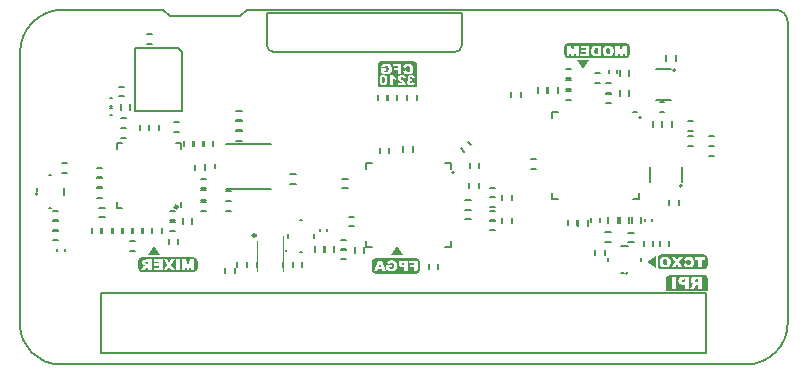
<source format=gbo>
G04*
G04 #@! TF.GenerationSoftware,Altium Limited,CircuitStudio,1.5.2 (30)*
G04*
G04 Layer_Color=52428*
%FSLAX25Y25*%
%MOIN*%
G70*
G01*
G75*
%ADD46C,0.00800*%
%ADD51C,0.00600*%
%ADD54C,0.00500*%
%ADD97C,0.00787*%
%ADD160C,0.00984*%
%ADD161C,0.00984*%
%ADD162C,0.00394*%
G36*
X1237376Y801881D02*
X1216576D01*
Y806081D01*
X1237376D01*
Y801881D01*
D02*
G37*
G36*
X1263176Y731581D02*
X1247676D01*
Y735581D01*
X1263176D01*
Y731581D01*
D02*
G37*
G36*
X1263476Y724381D02*
X1250476D01*
Y728781D01*
X1263476D01*
Y724381D01*
D02*
G37*
G36*
X1166376Y796181D02*
X1166676D01*
Y792381D01*
X1154076D01*
Y796181D01*
X1154376D01*
Y799981D01*
X1166376D01*
Y796181D01*
D02*
G37*
G36*
X1167376Y730281D02*
X1152376D01*
Y734481D01*
X1167376D01*
Y730281D01*
D02*
G37*
G36*
X1093176Y730781D02*
X1074476D01*
Y734581D01*
X1093176D01*
Y730781D01*
D02*
G37*
G36*
X1162176Y735781D02*
X1158176D01*
X1160176Y738781D01*
X1162176Y735781D01*
D02*
G37*
G36*
X1081176D02*
X1077176D01*
X1079176Y738781D01*
X1081176Y735781D01*
D02*
G37*
G36*
X1246576Y731581D02*
X1243576Y733581D01*
X1246576Y735581D01*
Y731581D01*
D02*
G37*
G36*
X1222176Y797781D02*
X1220176Y800781D01*
X1224176D01*
X1222176Y797781D01*
D02*
G37*
%LPC*%
G36*
X1158473Y734157D02*
X1158324D01*
X1158272Y734150D01*
X1158142Y734144D01*
X1158000Y734131D01*
X1157851Y734111D01*
X1157714Y734085D01*
X1157650Y734066D01*
X1157591Y734047D01*
X1157585D01*
X1157578Y734040D01*
X1157540Y734027D01*
X1157488Y734001D01*
X1157423Y733969D01*
X1157345Y733923D01*
X1157261Y733865D01*
X1157183Y733794D01*
X1157105Y733716D01*
X1157099Y733703D01*
X1157073Y733677D01*
X1157041Y733625D01*
X1156995Y733561D01*
X1156950Y733483D01*
X1156898Y733386D01*
X1156853Y733275D01*
X1156814Y733152D01*
X1157870Y732964D01*
Y732971D01*
X1157883Y732997D01*
X1157902Y733036D01*
X1157922Y733081D01*
X1157954Y733126D01*
X1157993Y733178D01*
X1158045Y733223D01*
X1158097Y733269D01*
X1158103Y733275D01*
X1158123Y733288D01*
X1158162Y733301D01*
X1158207Y733327D01*
X1158265Y733347D01*
X1158330Y733360D01*
X1158408Y733372D01*
X1158499Y733379D01*
X1158531D01*
X1158557Y733372D01*
X1158622Y733366D01*
X1158706Y733347D01*
X1158797Y733321D01*
X1158894Y733275D01*
X1158991Y733211D01*
X1159075Y733126D01*
X1159082Y733113D01*
X1159108Y733081D01*
X1159140Y733016D01*
X1159179Y732932D01*
X1159224Y732822D01*
X1159237Y732757D01*
X1159257Y732686D01*
X1159270Y732608D01*
X1159283Y732524D01*
X1159289Y732433D01*
Y732336D01*
Y732329D01*
Y732310D01*
Y732284D01*
X1159283Y732245D01*
Y732193D01*
X1159276Y732141D01*
X1159263Y732018D01*
X1159237Y731882D01*
X1159198Y731746D01*
X1159147Y731616D01*
X1159114Y731565D01*
X1159075Y731513D01*
X1159062Y731500D01*
X1159036Y731474D01*
X1158985Y731435D01*
X1158913Y731390D01*
X1158829Y731344D01*
X1158725Y731305D01*
X1158602Y731280D01*
X1158466Y731266D01*
X1158401D01*
X1158356Y731273D01*
X1158298Y731280D01*
X1158239Y731286D01*
X1158116Y731318D01*
X1158110D01*
X1158084Y731331D01*
X1158051Y731344D01*
X1158006Y731364D01*
X1157948Y731383D01*
X1157883Y731416D01*
X1157805Y731454D01*
X1157728Y731500D01*
Y731837D01*
X1158466D01*
Y732576D01*
X1156768D01*
Y731059D01*
X1156775Y731053D01*
X1156788Y731046D01*
X1156814Y731027D01*
X1156853Y731007D01*
X1156892Y730981D01*
X1156943Y730949D01*
X1157060Y730878D01*
X1157196Y730806D01*
X1157345Y730729D01*
X1157494Y730657D01*
X1157637Y730606D01*
X1157643D01*
X1157656Y730599D01*
X1157676Y730593D01*
X1157701Y730586D01*
X1157740Y730580D01*
X1157779Y730567D01*
X1157831Y730560D01*
X1157883Y730547D01*
X1158013Y730528D01*
X1158168Y730508D01*
X1158337Y730495D01*
X1158525Y730489D01*
X1158583D01*
X1158628Y730495D01*
X1158687D01*
X1158745Y730502D01*
X1158816Y730508D01*
X1158894Y730515D01*
X1159056Y730541D01*
X1159231Y730580D01*
X1159399Y730631D01*
X1159561Y730703D01*
X1159568D01*
X1159581Y730716D01*
X1159600Y730729D01*
X1159626Y730742D01*
X1159697Y730794D01*
X1159788Y730865D01*
X1159885Y730949D01*
X1159989Y731059D01*
X1160086Y731189D01*
X1160177Y731338D01*
Y731344D01*
X1160183Y731357D01*
X1160196Y731383D01*
X1160209Y731416D01*
X1160229Y731454D01*
X1160242Y731500D01*
X1160261Y731558D01*
X1160281Y731623D01*
X1160306Y731688D01*
X1160326Y731766D01*
X1160358Y731934D01*
X1160384Y732122D01*
X1160391Y732323D01*
Y732329D01*
Y732349D01*
Y732381D01*
X1160384Y732420D01*
Y732472D01*
X1160378Y732530D01*
X1160371Y732595D01*
X1160358Y732666D01*
X1160332Y732822D01*
X1160287Y732990D01*
X1160229Y733159D01*
X1160151Y733327D01*
Y733334D01*
X1160138Y733347D01*
X1160125Y733366D01*
X1160106Y733398D01*
X1160054Y733476D01*
X1159976Y733573D01*
X1159872Y733677D01*
X1159756Y733787D01*
X1159613Y733891D01*
X1159451Y733982D01*
X1159445D01*
X1159432Y733988D01*
X1159412Y734001D01*
X1159386Y734008D01*
X1159348Y734021D01*
X1159302Y734040D01*
X1159250Y734053D01*
X1159192Y734072D01*
X1159127Y734085D01*
X1159049Y734098D01*
X1158972Y734118D01*
X1158887Y734131D01*
X1158790Y734144D01*
X1158693Y734150D01*
X1158473Y734157D01*
D02*
G37*
G36*
X1167143Y734098D02*
X1164428D01*
Y733334D01*
X1166041D01*
Y732718D01*
X1164661D01*
Y731999D01*
X1166041D01*
Y730547D01*
X1167143D01*
Y734098D01*
D02*
G37*
G36*
X1087876Y734457D02*
X1086774D01*
Y730906D01*
X1087876D01*
Y734457D01*
D02*
G37*
G36*
X1092619D02*
X1091174D01*
X1090623Y732292D01*
X1090066Y734457D01*
X1088621D01*
Y730906D01*
X1089522D01*
Y733614D01*
X1090215Y730906D01*
X1091031D01*
X1091718Y733614D01*
Y730906D01*
X1092619D01*
Y734457D01*
D02*
G37*
G36*
X1078531D02*
X1076575D01*
X1076529Y734450D01*
X1076412Y734444D01*
X1076289Y734437D01*
X1076160Y734418D01*
X1076037Y734398D01*
X1075926Y734366D01*
X1075914Y734359D01*
X1075881Y734346D01*
X1075829Y734327D01*
X1075771Y734295D01*
X1075700Y734249D01*
X1075628Y734191D01*
X1075557Y734126D01*
X1075492Y734042D01*
X1075486Y734029D01*
X1075466Y734003D01*
X1075441Y733951D01*
X1075408Y733880D01*
X1075376Y733796D01*
X1075350Y733698D01*
X1075330Y733588D01*
X1075324Y733465D01*
Y733452D01*
Y733413D01*
X1075330Y733361D01*
X1075337Y733290D01*
X1075356Y733212D01*
X1075376Y733128D01*
X1075408Y733038D01*
X1075453Y732953D01*
X1075460Y732947D01*
X1075473Y732921D01*
X1075505Y732882D01*
X1075544Y732830D01*
X1075596Y732778D01*
X1075654Y732720D01*
X1075726Y732662D01*
X1075803Y732610D01*
X1075810Y732603D01*
X1075829Y732597D01*
X1075862Y732577D01*
X1075900Y732558D01*
X1075959Y732539D01*
X1076024Y732513D01*
X1076101Y732493D01*
X1076186Y732467D01*
X1076179D01*
X1076153Y732454D01*
X1076121Y732441D01*
X1076075Y732428D01*
X1075985Y732383D01*
X1075939Y732364D01*
X1075900Y732338D01*
X1075888Y732331D01*
X1075875Y732318D01*
X1075855Y732299D01*
X1075829Y732273D01*
X1075803Y732240D01*
X1075764Y732202D01*
X1075726Y732150D01*
X1075719Y732143D01*
X1075706Y732124D01*
X1075687Y732098D01*
X1075661Y732072D01*
X1075609Y731994D01*
X1075589Y731962D01*
X1075570Y731929D01*
X1075032Y730906D01*
X1076276D01*
X1076866Y731988D01*
X1076873Y731994D01*
X1076886Y732020D01*
X1076905Y732059D01*
X1076931Y732098D01*
X1076996Y732189D01*
X1077034Y732228D01*
X1077067Y732260D01*
X1077073Y732266D01*
X1077086Y732273D01*
X1077112Y732286D01*
X1077145Y732305D01*
X1077184Y732318D01*
X1077229Y732331D01*
X1077281Y732338D01*
X1077339Y732344D01*
X1077430D01*
Y730906D01*
X1078531D01*
Y734457D01*
D02*
G37*
G36*
X1082128D02*
X1079186D01*
Y733698D01*
X1081026D01*
Y733135D01*
X1079322D01*
Y732409D01*
X1081026D01*
Y731709D01*
X1079134D01*
Y730906D01*
X1082128D01*
Y734457D01*
D02*
G37*
G36*
X1163845Y734098D02*
X1161965D01*
X1161926Y734092D01*
X1161875D01*
X1161816Y734085D01*
X1161687Y734066D01*
X1161544Y734027D01*
X1161395Y733975D01*
X1161253Y733910D01*
X1161188Y733865D01*
X1161129Y733813D01*
X1161123D01*
X1161117Y733800D01*
X1161104Y733781D01*
X1161084Y733761D01*
X1161032Y733697D01*
X1160980Y733606D01*
X1160929Y733489D01*
X1160877Y733353D01*
X1160844Y733191D01*
X1160831Y733107D01*
Y733010D01*
Y733003D01*
Y732984D01*
Y732958D01*
X1160838Y732919D01*
Y732874D01*
X1160851Y732822D01*
X1160870Y732705D01*
X1160909Y732569D01*
X1160968Y732427D01*
X1161006Y732355D01*
X1161045Y732290D01*
X1161097Y732226D01*
X1161155Y732167D01*
X1161162D01*
X1161168Y732154D01*
X1161188Y732141D01*
X1161214Y732122D01*
X1161253Y732096D01*
X1161292Y732070D01*
X1161343Y732044D01*
X1161402Y732018D01*
X1161466Y731992D01*
X1161538Y731966D01*
X1161622Y731940D01*
X1161713Y731915D01*
X1161810Y731895D01*
X1161914Y731882D01*
X1162024Y731876D01*
X1162147Y731869D01*
X1162743D01*
Y730547D01*
X1163845D01*
Y734098D01*
D02*
G37*
G36*
X1161920Y795928D02*
X1161842D01*
X1161800Y795922D01*
X1161752D01*
X1161644Y795916D01*
X1161524Y795898D01*
X1161397Y795880D01*
X1161277Y795850D01*
X1161169Y795814D01*
X1161163D01*
X1161157Y795808D01*
X1161127Y795796D01*
X1161073Y795766D01*
X1161013Y795729D01*
X1160946Y795681D01*
X1160874Y795627D01*
X1160802Y795555D01*
X1160742Y795477D01*
X1160736Y795465D01*
X1160718Y795435D01*
X1160694Y795393D01*
X1160664Y795327D01*
X1160634Y795255D01*
X1160610Y795165D01*
X1160592Y795068D01*
X1160586Y794966D01*
Y794960D01*
Y794954D01*
Y794936D01*
Y794918D01*
X1160598Y794858D01*
X1160610Y794780D01*
X1160628Y794696D01*
X1160664Y794594D01*
X1160706Y794491D01*
X1160766Y794389D01*
X1160772Y794377D01*
X1160802Y794341D01*
X1160844Y794287D01*
X1160911Y794215D01*
X1161001Y794125D01*
X1161055Y794077D01*
X1161109Y794023D01*
X1161175Y793969D01*
X1161247Y793909D01*
X1161325Y793848D01*
X1161409Y793788D01*
X1161421Y793782D01*
X1161451Y793758D01*
X1161500Y793722D01*
X1161560Y793680D01*
X1161620Y793638D01*
X1161686Y793596D01*
X1161740Y793554D01*
X1161782Y793518D01*
X1161788Y793512D01*
X1161800Y793506D01*
X1161818Y793488D01*
X1161842Y793470D01*
X1161908Y793404D01*
X1161998Y793326D01*
X1160562D01*
Y792580D01*
X1163315D01*
Y792586D01*
Y792598D01*
X1163309Y792622D01*
X1163303Y792646D01*
X1163297Y792682D01*
X1163290Y792725D01*
X1163260Y792827D01*
X1163224Y792941D01*
X1163176Y793067D01*
X1163110Y793205D01*
X1163032Y793337D01*
X1163026Y793343D01*
X1163020Y793356D01*
X1163008Y793374D01*
X1162984Y793404D01*
X1162954Y793434D01*
X1162924Y793476D01*
X1162876Y793524D01*
X1162828Y793578D01*
X1162774Y793638D01*
X1162708Y793704D01*
X1162635Y793770D01*
X1162551Y793848D01*
X1162461Y793926D01*
X1162359Y794011D01*
X1162251Y794095D01*
X1162131Y794185D01*
X1162125Y794191D01*
X1162113Y794197D01*
X1162094Y794215D01*
X1162064Y794233D01*
X1161998Y794287D01*
X1161914Y794353D01*
X1161830Y794431D01*
X1161740Y794503D01*
X1161668Y794576D01*
X1161638Y794612D01*
X1161614Y794642D01*
X1161608Y794648D01*
X1161596Y794666D01*
X1161578Y794696D01*
X1161553Y794738D01*
X1161535Y794780D01*
X1161518Y794834D01*
X1161506Y794882D01*
X1161500Y794936D01*
Y794942D01*
Y794960D01*
X1161506Y794990D01*
X1161512Y795026D01*
X1161530Y795068D01*
X1161547Y795111D01*
X1161578Y795153D01*
X1161614Y795195D01*
X1161620Y795201D01*
X1161632Y795213D01*
X1161656Y795231D01*
X1161692Y795249D01*
X1161734Y795267D01*
X1161782Y795285D01*
X1161836Y795297D01*
X1161896Y795303D01*
X1161926D01*
X1161956Y795297D01*
X1161998Y795291D01*
X1162040Y795273D01*
X1162088Y795255D01*
X1162136Y795225D01*
X1162185Y795189D01*
X1162191Y795183D01*
X1162203Y795171D01*
X1162221Y795141D01*
X1162245Y795098D01*
X1162269Y795044D01*
X1162293Y794978D01*
X1162311Y794900D01*
X1162329Y794804D01*
X1163248Y794876D01*
Y794882D01*
Y794894D01*
X1163242Y794912D01*
X1163236Y794942D01*
X1163224Y795008D01*
X1163206Y795098D01*
X1163176Y795195D01*
X1163146Y795291D01*
X1163104Y795387D01*
X1163056Y795477D01*
X1163050Y795489D01*
X1163032Y795513D01*
X1162996Y795549D01*
X1162948Y795597D01*
X1162894Y795651D01*
X1162822Y795706D01*
X1162743Y795760D01*
X1162647Y795808D01*
X1162641D01*
X1162635Y795814D01*
X1162599Y795826D01*
X1162539Y795844D01*
X1162455Y795868D01*
X1162353Y795892D01*
X1162227Y795910D01*
X1162082Y795922D01*
X1161920Y795928D01*
D02*
G37*
G36*
X1165015D02*
X1164955D01*
X1164907Y795922D01*
X1164853D01*
X1164793Y795916D01*
X1164727Y795910D01*
X1164655Y795898D01*
X1164499Y795868D01*
X1164348Y795826D01*
X1164198Y795766D01*
X1164138Y795729D01*
X1164078Y795687D01*
X1164072D01*
X1164066Y795675D01*
X1164030Y795645D01*
X1163988Y795591D01*
X1163933Y795519D01*
X1163879Y795435D01*
X1163831Y795333D01*
X1163801Y795213D01*
X1163795Y795147D01*
X1163789Y795080D01*
Y795068D01*
Y795044D01*
X1163795Y795002D01*
X1163801Y794954D01*
X1163819Y794894D01*
X1163837Y794828D01*
X1163867Y794762D01*
X1163910Y794696D01*
X1163916Y794690D01*
X1163933Y794666D01*
X1163958Y794636D01*
X1163994Y794594D01*
X1164042Y794552D01*
X1164102Y794497D01*
X1164174Y794443D01*
X1164258Y794395D01*
X1164252D01*
X1164228Y794389D01*
X1164192Y794377D01*
X1164150Y794365D01*
X1164060Y794329D01*
X1164012Y794311D01*
X1163970Y794287D01*
X1163964Y794281D01*
X1163945Y794269D01*
X1163916Y794245D01*
X1163879Y794215D01*
X1163837Y794179D01*
X1163795Y794131D01*
X1163753Y794077D01*
X1163717Y794017D01*
X1163711Y794011D01*
X1163699Y793987D01*
X1163687Y793951D01*
X1163669Y793909D01*
X1163651Y793848D01*
X1163633Y793782D01*
X1163627Y793710D01*
X1163621Y793626D01*
Y793620D01*
Y793614D01*
Y793578D01*
X1163627Y793524D01*
X1163639Y793452D01*
X1163657Y793362D01*
X1163687Y793271D01*
X1163723Y793175D01*
X1163777Y793073D01*
X1163783Y793061D01*
X1163807Y793031D01*
X1163837Y792983D01*
X1163885Y792923D01*
X1163951Y792857D01*
X1164024Y792791D01*
X1164108Y792725D01*
X1164210Y792664D01*
X1164216D01*
X1164222Y792658D01*
X1164240Y792652D01*
X1164264Y792640D01*
X1164288Y792634D01*
X1164324Y792622D01*
X1164408Y792598D01*
X1164517Y792568D01*
X1164643Y792550D01*
X1164793Y792532D01*
X1164955Y792526D01*
X1165027D01*
X1165063Y792532D01*
X1165112D01*
X1165208Y792538D01*
X1165322Y792550D01*
X1165442Y792568D01*
X1165556Y792592D01*
X1165664Y792628D01*
X1165676Y792634D01*
X1165707Y792646D01*
X1165755Y792670D01*
X1165815Y792706D01*
X1165881Y792748D01*
X1165953Y792803D01*
X1166025Y792863D01*
X1166091Y792935D01*
X1166097Y792947D01*
X1166121Y792971D01*
X1166151Y793013D01*
X1166187Y793073D01*
X1166229Y793151D01*
X1166265Y793235D01*
X1166308Y793337D01*
X1166343Y793446D01*
X1165430Y793572D01*
Y793560D01*
X1165418Y793530D01*
X1165406Y793482D01*
X1165388Y793422D01*
X1165340Y793295D01*
X1165304Y793235D01*
X1165268Y793187D01*
X1165262Y793181D01*
X1165250Y793169D01*
X1165220Y793157D01*
X1165190Y793139D01*
X1165147Y793115D01*
X1165093Y793103D01*
X1165039Y793091D01*
X1164973Y793085D01*
X1164943D01*
X1164907Y793091D01*
X1164865Y793103D01*
X1164817Y793115D01*
X1164763Y793139D01*
X1164715Y793175D01*
X1164667Y793217D01*
X1164661Y793223D01*
X1164649Y793241D01*
X1164625Y793271D01*
X1164601Y793314D01*
X1164583Y793362D01*
X1164559Y793428D01*
X1164546Y793500D01*
X1164540Y793578D01*
Y793590D01*
Y793614D01*
X1164546Y793656D01*
X1164552Y793710D01*
X1164571Y793764D01*
X1164589Y793824D01*
X1164619Y793878D01*
X1164661Y793932D01*
X1164667Y793938D01*
X1164685Y793951D01*
X1164709Y793975D01*
X1164745Y793999D01*
X1164793Y794017D01*
X1164847Y794041D01*
X1164913Y794053D01*
X1164985Y794059D01*
X1165027D01*
X1165063Y794053D01*
X1165106Y794047D01*
X1165154Y794035D01*
X1165214Y794023D01*
X1165280Y794005D01*
X1165238Y794654D01*
X1165196D01*
X1165154Y794648D01*
X1165087D01*
X1165051Y794654D01*
X1165009Y794660D01*
X1164967Y794672D01*
X1164913Y794696D01*
X1164865Y794720D01*
X1164817Y794756D01*
X1164811Y794762D01*
X1164799Y794774D01*
X1164775Y794798D01*
X1164751Y794834D01*
X1164733Y794870D01*
X1164709Y794918D01*
X1164697Y794972D01*
X1164691Y795026D01*
Y795032D01*
Y795050D01*
X1164697Y795080D01*
X1164703Y795111D01*
X1164715Y795153D01*
X1164727Y795189D01*
X1164751Y795231D01*
X1164781Y795267D01*
X1164787Y795273D01*
X1164799Y795279D01*
X1164817Y795297D01*
X1164847Y795315D01*
X1164883Y795327D01*
X1164925Y795345D01*
X1164973Y795351D01*
X1165033Y795357D01*
X1165057D01*
X1165087Y795351D01*
X1165129Y795345D01*
X1165172Y795333D01*
X1165214Y795315D01*
X1165256Y795291D01*
X1165298Y795255D01*
X1165304Y795249D01*
X1165316Y795237D01*
X1165328Y795213D01*
X1165352Y795177D01*
X1165370Y795128D01*
X1165394Y795074D01*
X1165412Y795002D01*
X1165430Y794918D01*
X1166295Y795068D01*
Y795074D01*
X1166289Y795086D01*
X1166283Y795111D01*
X1166277Y795134D01*
X1166259Y795171D01*
X1166247Y795213D01*
X1166205Y795303D01*
X1166151Y795405D01*
X1166079Y795513D01*
X1165995Y795615D01*
X1165887Y795706D01*
X1165881D01*
X1165875Y795717D01*
X1165857Y795723D01*
X1165827Y795742D01*
X1165797Y795760D01*
X1165761Y795778D01*
X1165713Y795796D01*
X1165658Y795820D01*
X1165604Y795838D01*
X1165538Y795856D01*
X1165466Y795874D01*
X1165388Y795892D01*
X1165304Y795910D01*
X1165214Y795916D01*
X1165015Y795928D01*
D02*
G37*
G36*
X1155736D02*
X1155682D01*
X1155622Y795922D01*
X1155544Y795916D01*
X1155459Y795910D01*
X1155369Y795892D01*
X1155279Y795874D01*
X1155195Y795844D01*
X1155183Y795838D01*
X1155159Y795832D01*
X1155117Y795808D01*
X1155069Y795784D01*
X1155015Y795753D01*
X1154955Y795717D01*
X1154900Y795675D01*
X1154846Y795627D01*
X1154840Y795621D01*
X1154822Y795603D01*
X1154798Y795579D01*
X1154768Y795543D01*
X1154732Y795507D01*
X1154696Y795459D01*
X1154630Y795351D01*
X1154624Y795345D01*
X1154618Y795327D01*
X1154600Y795297D01*
X1154582Y795255D01*
X1154564Y795207D01*
X1154546Y795147D01*
X1154522Y795086D01*
X1154504Y795014D01*
Y795008D01*
X1154498Y794996D01*
X1154492Y794978D01*
X1154486Y794948D01*
X1154480Y794918D01*
X1154474Y794876D01*
X1154456Y794780D01*
X1154438Y794666D01*
X1154420Y794539D01*
X1154414Y794395D01*
X1154408Y794251D01*
Y794239D01*
Y794209D01*
Y794167D01*
X1154414Y794107D01*
X1154420Y794029D01*
X1154426Y793945D01*
X1154432Y793854D01*
X1154444Y793752D01*
X1154480Y793536D01*
X1154534Y793320D01*
X1154570Y793217D01*
X1154612Y793115D01*
X1154660Y793025D01*
X1154714Y792941D01*
X1154720Y792935D01*
X1154726Y792923D01*
X1154744Y792905D01*
X1154774Y792875D01*
X1154810Y792845D01*
X1154852Y792809D01*
X1154900Y792773D01*
X1154961Y792736D01*
X1155027Y792694D01*
X1155105Y792658D01*
X1155189Y792622D01*
X1155285Y792592D01*
X1155387Y792562D01*
X1155501Y792544D01*
X1155628Y792532D01*
X1155760Y792526D01*
X1155832D01*
X1155868Y792532D01*
X1155904D01*
X1156000Y792544D01*
X1156108Y792556D01*
X1156223Y792580D01*
X1156337Y792616D01*
X1156439Y792658D01*
X1156451Y792664D01*
X1156481Y792682D01*
X1156529Y792712D01*
X1156583Y792755D01*
X1156655Y792809D01*
X1156721Y792875D01*
X1156794Y792953D01*
X1156860Y793043D01*
X1156866Y793049D01*
X1156878Y793079D01*
X1156902Y793115D01*
X1156926Y793175D01*
X1156956Y793241D01*
X1156986Y793326D01*
X1157016Y793428D01*
X1157040Y793536D01*
Y793542D01*
Y793548D01*
X1157046Y793566D01*
X1157052Y793590D01*
X1157058Y793656D01*
X1157070Y793746D01*
X1157082Y793848D01*
X1157094Y793969D01*
X1157100Y794101D01*
X1157106Y794239D01*
Y794251D01*
Y794281D01*
Y794329D01*
X1157100Y794389D01*
X1157094Y794467D01*
X1157088Y794558D01*
X1157076Y794654D01*
X1157064Y794756D01*
X1157022Y794972D01*
X1156962Y795189D01*
X1156926Y795291D01*
X1156878Y795387D01*
X1156830Y795471D01*
X1156770Y795549D01*
X1156764Y795555D01*
X1156752Y795567D01*
X1156734Y795585D01*
X1156703Y795609D01*
X1156667Y795639D01*
X1156625Y795669D01*
X1156571Y795706D01*
X1156511Y795742D01*
X1156445Y795772D01*
X1156367Y795808D01*
X1156283Y795838D01*
X1156193Y795868D01*
X1156091Y795892D01*
X1155982Y795910D01*
X1155862Y795922D01*
X1155736Y795928D01*
D02*
G37*
G36*
X1158855D02*
X1158098D01*
Y792580D01*
X1159023D01*
Y794768D01*
X1159035Y794762D01*
X1159059Y794738D01*
X1159107Y794708D01*
X1159162Y794666D01*
X1159228Y794624D01*
X1159306Y794576D01*
X1159384Y794527D01*
X1159462Y794485D01*
X1159474Y794479D01*
X1159498Y794467D01*
X1159546Y794449D01*
X1159606Y794425D01*
X1159684Y794395D01*
X1159769Y794359D01*
X1159871Y794329D01*
X1159985Y794293D01*
Y795038D01*
X1159979D01*
X1159967Y795044D01*
X1159943Y795056D01*
X1159907Y795062D01*
X1159871Y795080D01*
X1159823Y795098D01*
X1159721Y795141D01*
X1159606Y795195D01*
X1159486Y795255D01*
X1159366Y795321D01*
X1159264Y795399D01*
X1159258D01*
X1159252Y795411D01*
X1159222Y795435D01*
X1159174Y795483D01*
X1159114Y795549D01*
X1159047Y795621D01*
X1158981Y795712D01*
X1158915Y795814D01*
X1158855Y795928D01*
D02*
G37*
G36*
X1163975Y799757D02*
X1163910D01*
X1163865Y799750D01*
X1163807D01*
X1163742Y799744D01*
X1163671Y799737D01*
X1163593Y799724D01*
X1163418Y799692D01*
X1163243Y799640D01*
X1163074Y799575D01*
X1162997Y799530D01*
X1162919Y799484D01*
X1162912D01*
X1162900Y799472D01*
X1162880Y799459D01*
X1162854Y799433D01*
X1162822Y799407D01*
X1162783Y799368D01*
X1162744Y799329D01*
X1162699Y799277D01*
X1162653Y799225D01*
X1162608Y799160D01*
X1162556Y799096D01*
X1162511Y799018D01*
X1162465Y798934D01*
X1162420Y798849D01*
X1162381Y798752D01*
X1162342Y798649D01*
X1163314Y798435D01*
Y798441D01*
X1163321Y798461D01*
X1163334Y798493D01*
X1163347Y798525D01*
X1163385Y798603D01*
X1163405Y798636D01*
X1163424Y798668D01*
X1163431Y798674D01*
X1163437Y798687D01*
X1163463Y798713D01*
X1163489Y798739D01*
X1163560Y798804D01*
X1163651Y798862D01*
X1163658Y798869D01*
X1163671Y798875D01*
X1163703Y798888D01*
X1163735Y798901D01*
X1163781Y798914D01*
X1163833Y798921D01*
X1163891Y798934D01*
X1163988D01*
X1164008Y798927D01*
X1164079Y798921D01*
X1164163Y798895D01*
X1164254Y798862D01*
X1164351Y798804D01*
X1164442Y798733D01*
X1164481Y798681D01*
X1164520Y798629D01*
X1164526Y798616D01*
X1164546Y798590D01*
X1164565Y798532D01*
X1164591Y798461D01*
X1164623Y798363D01*
X1164643Y798247D01*
X1164662Y798104D01*
X1164669Y797936D01*
Y797929D01*
Y797910D01*
Y797877D01*
Y797838D01*
X1164662Y797793D01*
Y797735D01*
X1164649Y797612D01*
X1164623Y797482D01*
X1164597Y797346D01*
X1164552Y797223D01*
X1164526Y797171D01*
X1164494Y797126D01*
X1164487Y797119D01*
X1164461Y797093D01*
X1164416Y797061D01*
X1164364Y797022D01*
X1164293Y796977D01*
X1164202Y796944D01*
X1164105Y796918D01*
X1163988Y796912D01*
X1163936D01*
X1163878Y796918D01*
X1163807Y796931D01*
X1163729Y796957D01*
X1163651Y796983D01*
X1163573Y797028D01*
X1163509Y797087D01*
X1163502Y797093D01*
X1163483Y797119D01*
X1163450Y797158D01*
X1163418Y797216D01*
X1163379Y797288D01*
X1163340Y797378D01*
X1163301Y797482D01*
X1163269Y797605D01*
X1162310Y797307D01*
Y797301D01*
X1162316Y797288D01*
X1162323Y797268D01*
X1162329Y797242D01*
X1162349Y797165D01*
X1162388Y797074D01*
X1162426Y796964D01*
X1162485Y796854D01*
X1162543Y796743D01*
X1162621Y796633D01*
X1162627Y796620D01*
X1162660Y796588D01*
X1162705Y796543D01*
X1162764Y796478D01*
X1162841Y796413D01*
X1162926Y796348D01*
X1163029Y796283D01*
X1163139Y796225D01*
X1163146D01*
X1163152Y796218D01*
X1163172Y796212D01*
X1163191Y796206D01*
X1163258Y796181D01*
X1164655D01*
X1164727Y796199D01*
X1164876Y796251D01*
X1164882D01*
X1164889Y796257D01*
X1164908Y796270D01*
X1164934Y796283D01*
X1165006Y796329D01*
X1165090Y796387D01*
X1165187Y796471D01*
X1165297Y796568D01*
X1165401Y796692D01*
X1165504Y796841D01*
Y796847D01*
X1165518Y796860D01*
X1165530Y796886D01*
X1165543Y796918D01*
X1165563Y796957D01*
X1165589Y797009D01*
X1165615Y797067D01*
X1165634Y797139D01*
X1165660Y797210D01*
X1165686Y797294D01*
X1165705Y797385D01*
X1165731Y797482D01*
X1165744Y797586D01*
X1165757Y797696D01*
X1165770Y797929D01*
Y797942D01*
Y797968D01*
X1165764Y798013D01*
Y798072D01*
X1165757Y798150D01*
X1165744Y798234D01*
X1165731Y798324D01*
X1165712Y798428D01*
X1165686Y798538D01*
X1165654Y798649D01*
X1165621Y798759D01*
X1165576Y798875D01*
X1165518Y798985D01*
X1165459Y799089D01*
X1165388Y799193D01*
X1165304Y799284D01*
X1165297Y799290D01*
X1165284Y799303D01*
X1165252Y799329D01*
X1165219Y799355D01*
X1165168Y799394D01*
X1165109Y799433D01*
X1165044Y799478D01*
X1164960Y799523D01*
X1164876Y799562D01*
X1164772Y799608D01*
X1164662Y799647D01*
X1164546Y799685D01*
X1164416Y799711D01*
X1164280Y799737D01*
X1164131Y799750D01*
X1163975Y799757D01*
D02*
G37*
G36*
X1155148Y734098D02*
X1153943D01*
X1152608Y730547D01*
X1153762D01*
X1153937Y731131D01*
X1155181D01*
X1155356Y730547D01*
X1156477D01*
X1155148Y734098D01*
D02*
G37*
G36*
X1161772Y799698D02*
X1159057D01*
Y798934D01*
X1160670D01*
Y798318D01*
X1159290D01*
Y797599D01*
X1160670D01*
Y796181D01*
X1161772D01*
Y799698D01*
D02*
G37*
G36*
X1156685Y799757D02*
X1156536D01*
X1156484Y799750D01*
X1156355Y799744D01*
X1156212Y799731D01*
X1156063Y799711D01*
X1155927Y799685D01*
X1155862Y799666D01*
X1155804Y799647D01*
X1155797D01*
X1155791Y799640D01*
X1155752Y799627D01*
X1155700Y799601D01*
X1155636Y799569D01*
X1155558Y799523D01*
X1155474Y799465D01*
X1155396Y799394D01*
X1155318Y799316D01*
X1155311Y799303D01*
X1155285Y799277D01*
X1155253Y799225D01*
X1155208Y799160D01*
X1155162Y799083D01*
X1155111Y798985D01*
X1155065Y798875D01*
X1155026Y798752D01*
X1156083Y798564D01*
Y798571D01*
X1156096Y798597D01*
X1156115Y798636D01*
X1156134Y798681D01*
X1156167Y798726D01*
X1156206Y798778D01*
X1156258Y798823D01*
X1156309Y798869D01*
X1156316Y798875D01*
X1156335Y798888D01*
X1156374Y798901D01*
X1156419Y798927D01*
X1156478Y798947D01*
X1156543Y798960D01*
X1156620Y798973D01*
X1156711Y798979D01*
X1156744D01*
X1156769Y798973D01*
X1156834Y798966D01*
X1156919Y798947D01*
X1157009Y798921D01*
X1157106Y798875D01*
X1157204Y798810D01*
X1157288Y798726D01*
X1157294Y798713D01*
X1157320Y798681D01*
X1157353Y798616D01*
X1157391Y798532D01*
X1157437Y798422D01*
X1157450Y798357D01*
X1157469Y798286D01*
X1157482Y798208D01*
X1157495Y798124D01*
X1157502Y798033D01*
Y797936D01*
Y797929D01*
Y797910D01*
Y797884D01*
X1157495Y797845D01*
Y797793D01*
X1157489Y797741D01*
X1157476Y797618D01*
X1157450Y797482D01*
X1157411Y797346D01*
X1157359Y797216D01*
X1157327Y797165D01*
X1157288Y797113D01*
X1157275Y797100D01*
X1157249Y797074D01*
X1157197Y797035D01*
X1157126Y796990D01*
X1157042Y796944D01*
X1156938Y796905D01*
X1156815Y796879D01*
X1156679Y796867D01*
X1156614D01*
X1156569Y796873D01*
X1156510Y796879D01*
X1156452Y796886D01*
X1156329Y796918D01*
X1156322D01*
X1156296Y796931D01*
X1156264Y796944D01*
X1156219Y796964D01*
X1156160Y796983D01*
X1156096Y797016D01*
X1156018Y797054D01*
X1155940Y797100D01*
Y797437D01*
X1156679D01*
Y798175D01*
X1154981D01*
Y796659D01*
X1154988Y796653D01*
X1155000Y796646D01*
X1155026Y796627D01*
X1155065Y796607D01*
X1155104Y796581D01*
X1155156Y796549D01*
X1155273Y796478D01*
X1155409Y796407D01*
X1155558Y796329D01*
X1155707Y796257D01*
X1155849Y796206D01*
X1155856D01*
X1155869Y796199D01*
X1155888Y796193D01*
X1155914Y796186D01*
X1155944Y796181D01*
X1157448D01*
X1157612Y796232D01*
X1157774Y796303D01*
X1157780D01*
X1157793Y796316D01*
X1157813Y796329D01*
X1157839Y796342D01*
X1157910Y796393D01*
X1158001Y796465D01*
X1158098Y796549D01*
X1158202Y796659D01*
X1158299Y796789D01*
X1158389Y796938D01*
Y796944D01*
X1158396Y796957D01*
X1158409Y796983D01*
X1158422Y797016D01*
X1158441Y797054D01*
X1158454Y797100D01*
X1158474Y797158D01*
X1158493Y797223D01*
X1158519Y797288D01*
X1158539Y797366D01*
X1158571Y797534D01*
X1158597Y797722D01*
X1158603Y797923D01*
Y797929D01*
Y797949D01*
Y797981D01*
X1158597Y798020D01*
Y798072D01*
X1158590Y798130D01*
X1158584Y798195D01*
X1158571Y798266D01*
X1158545Y798422D01*
X1158500Y798590D01*
X1158441Y798759D01*
X1158364Y798927D01*
Y798934D01*
X1158351Y798947D01*
X1158338Y798966D01*
X1158318Y798998D01*
X1158266Y799076D01*
X1158189Y799173D01*
X1158085Y799277D01*
X1157968Y799387D01*
X1157826Y799491D01*
X1157664Y799582D01*
X1157657D01*
X1157644Y799588D01*
X1157625Y799601D01*
X1157599Y799608D01*
X1157560Y799620D01*
X1157515Y799640D01*
X1157463Y799653D01*
X1157405Y799672D01*
X1157340Y799685D01*
X1157262Y799698D01*
X1157184Y799718D01*
X1157100Y799731D01*
X1157003Y799744D01*
X1156906Y799750D01*
X1156685Y799757D01*
D02*
G37*
G36*
X1249720Y735357D02*
X1249636D01*
X1249577Y735350D01*
X1249500Y735344D01*
X1249415Y735331D01*
X1249318Y735318D01*
X1249221Y735298D01*
X1249111Y735272D01*
X1249001Y735240D01*
X1248884Y735201D01*
X1248774Y735156D01*
X1248664Y735097D01*
X1248553Y735033D01*
X1248456Y734961D01*
X1248359Y734877D01*
X1248353Y734871D01*
X1248340Y734858D01*
X1248314Y734825D01*
X1248281Y734793D01*
X1248249Y734741D01*
X1248204Y734683D01*
X1248158Y734611D01*
X1248113Y734534D01*
X1248067Y734443D01*
X1248029Y734346D01*
X1247983Y734236D01*
X1247951Y734119D01*
X1247919Y733989D01*
X1247893Y733853D01*
X1247880Y733704D01*
X1247873Y733549D01*
Y733542D01*
Y733523D01*
Y733490D01*
Y733445D01*
X1247880Y733393D01*
X1247886Y733328D01*
X1247893Y733264D01*
X1247899Y733186D01*
X1247925Y733024D01*
X1247964Y732855D01*
X1248016Y732687D01*
X1248087Y732525D01*
Y732518D01*
X1248094Y732505D01*
X1248106Y732486D01*
X1248126Y732460D01*
X1248171Y732389D01*
X1248242Y732298D01*
X1248327Y732201D01*
X1248430Y732097D01*
X1248547Y732000D01*
X1248690Y731909D01*
X1248696D01*
X1248709Y731903D01*
X1248728Y731890D01*
X1248761Y731877D01*
X1248800Y731857D01*
X1248845Y731838D01*
X1248897Y731818D01*
X1248962Y731799D01*
X1249033Y731780D01*
X1249104Y731760D01*
X1249273Y731721D01*
X1249467Y731695D01*
X1249681Y731689D01*
X1249778D01*
X1249830Y731695D01*
X1249888Y731702D01*
X1249953D01*
X1250031Y731715D01*
X1250187Y731734D01*
X1250348Y731767D01*
X1250517Y731812D01*
X1250673Y731877D01*
X1250679D01*
X1250692Y731883D01*
X1250711Y731896D01*
X1250737Y731916D01*
X1250809Y731961D01*
X1250899Y732026D01*
X1251003Y732104D01*
X1251107Y732214D01*
X1251217Y732337D01*
X1251314Y732479D01*
Y732486D01*
X1251327Y732499D01*
X1251334Y732525D01*
X1251353Y732557D01*
X1251372Y732596D01*
X1251392Y732642D01*
X1251411Y732700D01*
X1251431Y732765D01*
X1251457Y732836D01*
X1251476Y732914D01*
X1251495Y732998D01*
X1251515Y733095D01*
X1251541Y733296D01*
X1251554Y733516D01*
Y733529D01*
Y733555D01*
X1251547Y733601D01*
Y733659D01*
X1251541Y733730D01*
X1251528Y733814D01*
X1251515Y733912D01*
X1251495Y734009D01*
X1251470Y734119D01*
X1251437Y734229D01*
X1251398Y734339D01*
X1251353Y734456D01*
X1251295Y734566D01*
X1251230Y734676D01*
X1251159Y734773D01*
X1251074Y734871D01*
X1251068Y734877D01*
X1251048Y734890D01*
X1251022Y734916D01*
X1250984Y734948D01*
X1250932Y734981D01*
X1250873Y735026D01*
X1250802Y735072D01*
X1250724Y735117D01*
X1250634Y735162D01*
X1250530Y735201D01*
X1250420Y735247D01*
X1250297Y735279D01*
X1250167Y735311D01*
X1250025Y735337D01*
X1249876Y735350D01*
X1249720Y735357D01*
D02*
G37*
G36*
X1262978Y735298D02*
X1259641D01*
Y734423D01*
X1260762D01*
Y731747D01*
X1261857D01*
Y734423D01*
X1262978D01*
Y735298D01*
D02*
G37*
G36*
X1220842Y805698D02*
X1219397D01*
X1218846Y803534D01*
X1218289Y805698D01*
X1216844D01*
Y802147D01*
X1217745D01*
Y804856D01*
X1218438Y802147D01*
X1219255D01*
X1219942Y804856D01*
Y802147D01*
X1220842D01*
Y805698D01*
D02*
G37*
G36*
X1237107D02*
X1235662D01*
X1235111Y803534D01*
X1234554Y805698D01*
X1233109D01*
Y802147D01*
X1234010D01*
Y804856D01*
X1234703Y802147D01*
X1235520D01*
X1236206Y804856D01*
Y802147D01*
X1237107D01*
Y805698D01*
D02*
G37*
G36*
X1257477Y735357D02*
X1257412D01*
X1257366Y735350D01*
X1257308D01*
X1257243Y735344D01*
X1257172Y735337D01*
X1257094Y735324D01*
X1256919Y735292D01*
X1256744Y735240D01*
X1256576Y735175D01*
X1256498Y735130D01*
X1256420Y735084D01*
X1256414D01*
X1256401Y735072D01*
X1256381Y735058D01*
X1256355Y735033D01*
X1256323Y735007D01*
X1256284Y734968D01*
X1256245Y734929D01*
X1256200Y734877D01*
X1256155Y734825D01*
X1256109Y734761D01*
X1256057Y734696D01*
X1256012Y734618D01*
X1255967Y734534D01*
X1255921Y734449D01*
X1255882Y734352D01*
X1255844Y734248D01*
X1256816Y734035D01*
Y734041D01*
X1256822Y734061D01*
X1256835Y734093D01*
X1256848Y734125D01*
X1256887Y734203D01*
X1256906Y734236D01*
X1256926Y734268D01*
X1256932Y734274D01*
X1256939Y734287D01*
X1256965Y734313D01*
X1256991Y734339D01*
X1257062Y734404D01*
X1257152Y734462D01*
X1257159Y734469D01*
X1257172Y734475D01*
X1257204Y734488D01*
X1257237Y734501D01*
X1257282Y734514D01*
X1257334Y734521D01*
X1257392Y734534D01*
X1257489D01*
X1257509Y734527D01*
X1257580Y734521D01*
X1257664Y734495D01*
X1257755Y734462D01*
X1257852Y734404D01*
X1257943Y734333D01*
X1257982Y734281D01*
X1258021Y734229D01*
X1258027Y734216D01*
X1258047Y734190D01*
X1258066Y734132D01*
X1258092Y734061D01*
X1258125Y733963D01*
X1258144Y733847D01*
X1258163Y733704D01*
X1258170Y733536D01*
Y733529D01*
Y733510D01*
Y733477D01*
Y733438D01*
X1258163Y733393D01*
Y733335D01*
X1258150Y733212D01*
X1258125Y733082D01*
X1258099Y732946D01*
X1258053Y732823D01*
X1258027Y732771D01*
X1257995Y732726D01*
X1257988Y732719D01*
X1257963Y732693D01*
X1257917Y732661D01*
X1257865Y732622D01*
X1257794Y732577D01*
X1257703Y732544D01*
X1257606Y732518D01*
X1257489Y732512D01*
X1257438D01*
X1257379Y732518D01*
X1257308Y732531D01*
X1257230Y732557D01*
X1257152Y732583D01*
X1257075Y732628D01*
X1257010Y732687D01*
X1257003Y732693D01*
X1256984Y732719D01*
X1256952Y732758D01*
X1256919Y732816D01*
X1256880Y732888D01*
X1256841Y732978D01*
X1256803Y733082D01*
X1256770Y733205D01*
X1255811Y732907D01*
Y732901D01*
X1255818Y732888D01*
X1255824Y732868D01*
X1255831Y732842D01*
X1255850Y732765D01*
X1255889Y732674D01*
X1255928Y732564D01*
X1255986Y732454D01*
X1256044Y732343D01*
X1256122Y732233D01*
X1256129Y732220D01*
X1256161Y732188D01*
X1256206Y732142D01*
X1256265Y732078D01*
X1256343Y732013D01*
X1256427Y731948D01*
X1256530Y731883D01*
X1256641Y731825D01*
X1256647D01*
X1256653Y731818D01*
X1256673Y731812D01*
X1256692Y731806D01*
X1256764Y731780D01*
X1256854Y731760D01*
X1256965Y731734D01*
X1257101Y731708D01*
X1257256Y731695D01*
X1257425Y731689D01*
X1257522D01*
X1257574Y731695D01*
X1257625D01*
X1257690Y731702D01*
X1257762Y731708D01*
X1257911Y731728D01*
X1258073Y731760D01*
X1258228Y731799D01*
X1258377Y731851D01*
X1258384D01*
X1258390Y731857D01*
X1258410Y731870D01*
X1258436Y731883D01*
X1258507Y731929D01*
X1258591Y731987D01*
X1258688Y732071D01*
X1258798Y732168D01*
X1258902Y732292D01*
X1259006Y732441D01*
Y732447D01*
X1259019Y732460D01*
X1259032Y732486D01*
X1259045Y732518D01*
X1259064Y732557D01*
X1259090Y732609D01*
X1259116Y732667D01*
X1259135Y732739D01*
X1259161Y732810D01*
X1259187Y732894D01*
X1259207Y732985D01*
X1259233Y733082D01*
X1259246Y733186D01*
X1259258Y733296D01*
X1259272Y733529D01*
Y733542D01*
Y733568D01*
X1259265Y733613D01*
Y733672D01*
X1259258Y733750D01*
X1259246Y733834D01*
X1259233Y733924D01*
X1259213Y734028D01*
X1259187Y734138D01*
X1259155Y734248D01*
X1259122Y734359D01*
X1259077Y734475D01*
X1259019Y734586D01*
X1258960Y734689D01*
X1258889Y734793D01*
X1258805Y734884D01*
X1258798Y734890D01*
X1258786Y734903D01*
X1258753Y734929D01*
X1258721Y734955D01*
X1258669Y734994D01*
X1258611Y735033D01*
X1258546Y735078D01*
X1258461Y735123D01*
X1258377Y735162D01*
X1258274Y735208D01*
X1258163Y735247D01*
X1258047Y735285D01*
X1257917Y735311D01*
X1257781Y735337D01*
X1257632Y735350D01*
X1257477Y735357D01*
D02*
G37*
G36*
X1257486Y728609D02*
X1255340D01*
X1255296Y728601D01*
X1255237D01*
X1255170Y728594D01*
X1255022Y728572D01*
X1254859Y728527D01*
X1254689Y728468D01*
X1254526Y728394D01*
X1254452Y728342D01*
X1254386Y728283D01*
X1254378D01*
X1254371Y728268D01*
X1254356Y728246D01*
X1254334Y728224D01*
X1254275Y728150D01*
X1254215Y728046D01*
X1254156Y727913D01*
X1254097Y727758D01*
X1254060Y727573D01*
X1254045Y727477D01*
Y727365D01*
Y727358D01*
Y727336D01*
Y727306D01*
X1254053Y727262D01*
Y727210D01*
X1254067Y727151D01*
X1254090Y727018D01*
X1254134Y726862D01*
X1254201Y726699D01*
X1254245Y726618D01*
X1254289Y726544D01*
X1254349Y726470D01*
X1254415Y726404D01*
X1254423D01*
X1254430Y726389D01*
X1254452Y726374D01*
X1254482Y726352D01*
X1254526Y726322D01*
X1254571Y726293D01*
X1254630Y726263D01*
X1254696Y726233D01*
X1254770Y726204D01*
X1254852Y726174D01*
X1254948Y726145D01*
X1255052Y726115D01*
X1255163Y726093D01*
X1255281Y726078D01*
X1255407Y726070D01*
X1255547Y726063D01*
X1256228D01*
Y724553D01*
X1257486D01*
Y728609D01*
D02*
G37*
G36*
X1261874D02*
X1259640D01*
X1259588Y728601D01*
X1259455Y728594D01*
X1259314Y728586D01*
X1259166Y728564D01*
X1259025Y728542D01*
X1258900Y728505D01*
X1258885Y728498D01*
X1258848Y728483D01*
X1258789Y728461D01*
X1258722Y728424D01*
X1258641Y728372D01*
X1258559Y728305D01*
X1258478Y728231D01*
X1258404Y728135D01*
X1258396Y728120D01*
X1258374Y728091D01*
X1258345Y728031D01*
X1258308Y727950D01*
X1258271Y727854D01*
X1258241Y727743D01*
X1258219Y727617D01*
X1258211Y727477D01*
Y727462D01*
Y727417D01*
X1258219Y727358D01*
X1258226Y727277D01*
X1258248Y727188D01*
X1258271Y727092D01*
X1258308Y726988D01*
X1258359Y726892D01*
X1258367Y726885D01*
X1258382Y726855D01*
X1258419Y726811D01*
X1258463Y726751D01*
X1258522Y726692D01*
X1258589Y726625D01*
X1258670Y726559D01*
X1258759Y726500D01*
X1258766Y726492D01*
X1258789Y726485D01*
X1258826Y726463D01*
X1258870Y726440D01*
X1258937Y726418D01*
X1259011Y726389D01*
X1259099Y726367D01*
X1259196Y726337D01*
X1259188D01*
X1259159Y726322D01*
X1259122Y726307D01*
X1259070Y726293D01*
X1258966Y726241D01*
X1258914Y726219D01*
X1258870Y726189D01*
X1258855Y726182D01*
X1258840Y726167D01*
X1258818Y726145D01*
X1258789Y726115D01*
X1258759Y726078D01*
X1258715Y726033D01*
X1258670Y725974D01*
X1258663Y725967D01*
X1258648Y725945D01*
X1258626Y725915D01*
X1258596Y725885D01*
X1258537Y725797D01*
X1258515Y725760D01*
X1258493Y725723D01*
X1257878Y724553D01*
X1259299D01*
X1259973Y725789D01*
X1259980Y725797D01*
X1259995Y725826D01*
X1260017Y725871D01*
X1260047Y725915D01*
X1260121Y726019D01*
X1260165Y726063D01*
X1260202Y726100D01*
X1260209Y726108D01*
X1260224Y726115D01*
X1260254Y726130D01*
X1260291Y726152D01*
X1260335Y726167D01*
X1260387Y726182D01*
X1260446Y726189D01*
X1260513Y726196D01*
X1260616D01*
Y724553D01*
X1261874D01*
Y728609D01*
D02*
G37*
G36*
X1255526Y735298D02*
X1254314D01*
X1253692Y734203D01*
X1253077Y735298D01*
X1251878D01*
X1252986Y733575D01*
X1251774Y731747D01*
X1253005D01*
X1253712Y732888D01*
X1254412Y731747D01*
X1255636D01*
X1254412Y733594D01*
X1255526Y735298D01*
D02*
G37*
G36*
X1253335Y728609D02*
X1252077D01*
Y724553D01*
X1253335D01*
Y728609D01*
D02*
G37*
G36*
X1224413Y805698D02*
X1221471D01*
Y804940D01*
X1223311D01*
Y804376D01*
X1221607D01*
Y803651D01*
X1223311D01*
Y802951D01*
X1221419D01*
Y802147D01*
X1224413D01*
Y805698D01*
D02*
G37*
G36*
X1228262D02*
X1226558D01*
X1226512Y805692D01*
X1226467D01*
X1226357Y805679D01*
X1226227Y805666D01*
X1226098Y805640D01*
X1225968Y805608D01*
X1225851Y805562D01*
X1225845D01*
X1225838Y805556D01*
X1225799Y805536D01*
X1225748Y805510D01*
X1225676Y805465D01*
X1225599Y805413D01*
X1225514Y805348D01*
X1225437Y805271D01*
X1225359Y805186D01*
X1225352Y805173D01*
X1225326Y805141D01*
X1225294Y805096D01*
X1225249Y805024D01*
X1225203Y804940D01*
X1225158Y804843D01*
X1225119Y804733D01*
X1225080Y804616D01*
Y804610D01*
X1225074Y804603D01*
Y804584D01*
X1225067Y804558D01*
X1225054Y804493D01*
X1225035Y804409D01*
X1225015Y804305D01*
X1225002Y804189D01*
X1224996Y804065D01*
X1224990Y803929D01*
Y803923D01*
Y803903D01*
Y803877D01*
Y803839D01*
X1224996Y803787D01*
Y803735D01*
X1225009Y803605D01*
X1225022Y803469D01*
X1225048Y803320D01*
X1225080Y803178D01*
X1225126Y803048D01*
Y803041D01*
X1225132Y803035D01*
X1225152Y802996D01*
X1225177Y802938D01*
X1225216Y802866D01*
X1225268Y802782D01*
X1225333Y802698D01*
X1225404Y802607D01*
X1225488Y802523D01*
X1225501Y802517D01*
X1225527Y802491D01*
X1225573Y802452D01*
X1225631Y802407D01*
X1225709Y802361D01*
X1225786Y802316D01*
X1225877Y802270D01*
X1225974Y802238D01*
X1225981D01*
X1225987Y802232D01*
X1226007D01*
X1226033Y802225D01*
X1226104Y802212D01*
X1226195Y802193D01*
X1226292Y802173D01*
X1226409Y802160D01*
X1226519Y802154D01*
X1226635Y802147D01*
X1228262D01*
Y805698D01*
D02*
G37*
G36*
X1086236Y734457D02*
X1085024D01*
X1084402Y733361D01*
X1083787Y734457D01*
X1082588D01*
X1083696Y732733D01*
X1082484Y730906D01*
X1083715D01*
X1084422Y732046D01*
X1085122Y730906D01*
X1086346D01*
X1085122Y732752D01*
X1086236Y734457D01*
D02*
G37*
G36*
X1230711Y805757D02*
X1230627D01*
X1230569Y805750D01*
X1230491Y805744D01*
X1230407Y805731D01*
X1230309Y805718D01*
X1230212Y805698D01*
X1230102Y805672D01*
X1229992Y805640D01*
X1229875Y805601D01*
X1229765Y805556D01*
X1229655Y805497D01*
X1229545Y805433D01*
X1229448Y805361D01*
X1229350Y805277D01*
X1229344Y805271D01*
X1229331Y805258D01*
X1229305Y805225D01*
X1229273Y805193D01*
X1229240Y805141D01*
X1229195Y805083D01*
X1229150Y805011D01*
X1229104Y804934D01*
X1229059Y804843D01*
X1229020Y804746D01*
X1228975Y804636D01*
X1228942Y804519D01*
X1228910Y804389D01*
X1228884Y804253D01*
X1228871Y804104D01*
X1228864Y803949D01*
Y803942D01*
Y803923D01*
Y803890D01*
Y803845D01*
X1228871Y803793D01*
X1228878Y803728D01*
X1228884Y803664D01*
X1228890Y803586D01*
X1228916Y803424D01*
X1228955Y803255D01*
X1229007Y803087D01*
X1229078Y802925D01*
Y802918D01*
X1229085Y802905D01*
X1229098Y802886D01*
X1229117Y802860D01*
X1229163Y802789D01*
X1229234Y802698D01*
X1229318Y802601D01*
X1229422Y802497D01*
X1229538Y802400D01*
X1229681Y802309D01*
X1229688D01*
X1229700Y802303D01*
X1229720Y802290D01*
X1229752Y802277D01*
X1229791Y802257D01*
X1229836Y802238D01*
X1229888Y802219D01*
X1229953Y802199D01*
X1230024Y802180D01*
X1230096Y802160D01*
X1230264Y802121D01*
X1230459Y802095D01*
X1230672Y802089D01*
X1230770D01*
X1230822Y802095D01*
X1230880Y802102D01*
X1230945D01*
X1231022Y802115D01*
X1231178Y802134D01*
X1231340Y802167D01*
X1231508Y802212D01*
X1231664Y802277D01*
X1231670D01*
X1231683Y802283D01*
X1231703Y802296D01*
X1231729Y802316D01*
X1231800Y802361D01*
X1231891Y802426D01*
X1231994Y802504D01*
X1232098Y802614D01*
X1232208Y802737D01*
X1232305Y802880D01*
Y802886D01*
X1232318Y802899D01*
X1232325Y802925D01*
X1232344Y802957D01*
X1232364Y802996D01*
X1232383Y803041D01*
X1232403Y803100D01*
X1232422Y803165D01*
X1232448Y803236D01*
X1232467Y803314D01*
X1232487Y803398D01*
X1232506Y803495D01*
X1232532Y803696D01*
X1232545Y803916D01*
Y803929D01*
Y803955D01*
X1232539Y804000D01*
Y804059D01*
X1232532Y804130D01*
X1232519Y804214D01*
X1232506Y804312D01*
X1232487Y804409D01*
X1232461Y804519D01*
X1232428Y804629D01*
X1232390Y804739D01*
X1232344Y804856D01*
X1232286Y804966D01*
X1232221Y805076D01*
X1232150Y805173D01*
X1232066Y805271D01*
X1232059Y805277D01*
X1232040Y805290D01*
X1232014Y805316D01*
X1231975Y805348D01*
X1231923Y805381D01*
X1231865Y805426D01*
X1231793Y805472D01*
X1231716Y805517D01*
X1231625Y805562D01*
X1231521Y805601D01*
X1231411Y805647D01*
X1231288Y805679D01*
X1231158Y805711D01*
X1231016Y805737D01*
X1230867Y805750D01*
X1230711Y805757D01*
D02*
G37*
%LPD*%
G36*
X1155802Y795315D02*
X1155844Y795309D01*
X1155892Y795291D01*
X1155946Y795267D01*
X1156000Y795225D01*
X1156054Y795165D01*
X1156096Y795086D01*
X1156102Y795074D01*
X1156108Y795062D01*
X1156114Y795038D01*
X1156120Y795014D01*
X1156126Y794984D01*
X1156139Y794942D01*
X1156145Y794894D01*
X1156157Y794840D01*
X1156169Y794780D01*
X1156175Y794708D01*
X1156181Y794636D01*
X1156187Y794546D01*
X1156193Y794455D01*
X1156199Y794353D01*
Y794239D01*
Y794233D01*
Y794209D01*
Y794179D01*
Y794137D01*
X1156193Y794089D01*
Y794029D01*
X1156187Y793896D01*
X1156175Y793752D01*
X1156151Y793608D01*
X1156139Y793542D01*
X1156126Y793482D01*
X1156108Y793428D01*
X1156091Y793380D01*
X1156084Y793368D01*
X1156066Y793343D01*
X1156042Y793307D01*
X1156006Y793265D01*
X1155958Y793223D01*
X1155904Y793187D01*
X1155838Y793163D01*
X1155766Y793151D01*
X1155742D01*
X1155712Y793157D01*
X1155682Y793163D01*
X1155640Y793175D01*
X1155604Y793193D01*
X1155562Y793217D01*
X1155519Y793247D01*
X1155513Y793253D01*
X1155501Y793265D01*
X1155484Y793289D01*
X1155459Y793320D01*
X1155435Y793368D01*
X1155411Y793416D01*
X1155387Y793482D01*
X1155369Y793554D01*
Y793566D01*
X1155363Y793596D01*
X1155351Y793644D01*
X1155339Y793716D01*
X1155333Y793806D01*
X1155321Y793921D01*
X1155315Y794053D01*
Y794209D01*
Y794215D01*
Y794239D01*
Y794269D01*
Y794317D01*
X1155321Y794365D01*
Y794431D01*
X1155327Y794564D01*
X1155345Y794714D01*
X1155363Y794858D01*
X1155375Y794924D01*
X1155393Y794990D01*
X1155411Y795044D01*
X1155429Y795092D01*
X1155435Y795105D01*
X1155453Y795128D01*
X1155477Y795165D01*
X1155513Y795207D01*
X1155562Y795249D01*
X1155622Y795285D01*
X1155688Y795309D01*
X1155766Y795321D01*
X1155778D01*
X1155802Y795315D01*
D02*
G37*
G36*
X1154948Y731902D02*
X1154170D01*
X1154559Y733172D01*
X1154948Y731902D01*
D02*
G37*
G36*
X1077430Y733018D02*
X1076931D01*
X1076905Y733025D01*
X1076866Y733031D01*
X1076814Y733038D01*
X1076749Y733050D01*
X1076678Y733063D01*
X1076672D01*
X1076659Y733070D01*
X1076639Y733076D01*
X1076613Y733083D01*
X1076555Y733115D01*
X1076523Y733141D01*
X1076497Y733174D01*
X1076490Y733180D01*
X1076484Y733193D01*
X1076471Y733206D01*
X1076458Y733232D01*
X1076438Y733297D01*
X1076425Y733336D01*
Y733381D01*
Y733387D01*
Y733407D01*
X1076432Y733439D01*
X1076438Y733478D01*
X1076451Y733517D01*
X1076471Y733562D01*
X1076497Y733601D01*
X1076536Y733640D01*
X1076542Y733647D01*
X1076555Y733653D01*
X1076587Y733673D01*
X1076626Y733692D01*
X1076685Y733705D01*
X1076756Y733724D01*
X1076847Y733731D01*
X1076950Y733737D01*
X1077430D01*
Y733018D01*
D02*
G37*
G36*
X1227167Y802957D02*
X1226843D01*
X1226784Y802964D01*
X1226707D01*
X1226629Y802977D01*
X1226545Y802990D01*
X1226473Y803003D01*
X1226409Y803028D01*
X1226402Y803035D01*
X1226383Y803041D01*
X1226357Y803061D01*
X1226324Y803093D01*
X1226285Y803126D01*
X1226247Y803171D01*
X1226208Y803229D01*
X1226175Y803294D01*
X1226169Y803301D01*
X1226162Y803333D01*
X1226149Y803378D01*
X1226130Y803443D01*
X1226117Y803528D01*
X1226104Y803638D01*
X1226098Y803761D01*
X1226091Y803910D01*
Y803916D01*
Y803936D01*
Y803962D01*
Y804000D01*
X1226098Y804046D01*
Y804098D01*
X1226117Y804221D01*
X1226136Y804344D01*
X1226169Y804474D01*
X1226214Y804590D01*
X1226247Y804636D01*
X1226279Y804681D01*
X1226285Y804687D01*
X1226318Y804713D01*
X1226363Y804746D01*
X1226428Y804791D01*
X1226512Y804830D01*
X1226616Y804862D01*
X1226746Y804888D01*
X1226895Y804895D01*
X1227167D01*
Y802957D01*
D02*
G37*
G36*
X1256228Y726885D02*
X1255866D01*
X1255799Y726892D01*
X1255725Y726899D01*
X1255644Y726914D01*
X1255555Y726936D01*
X1255481Y726966D01*
X1255414Y727003D01*
X1255407Y727010D01*
X1255392Y727025D01*
X1255370Y727055D01*
X1255340Y727092D01*
X1255311Y727136D01*
X1255288Y727195D01*
X1255274Y727254D01*
X1255266Y727328D01*
Y727336D01*
Y727358D01*
X1255274Y727395D01*
X1255281Y727439D01*
X1255296Y727491D01*
X1255325Y727551D01*
X1255355Y727602D01*
X1255399Y727654D01*
X1255407Y727662D01*
X1255422Y727676D01*
X1255459Y727699D01*
X1255503Y727721D01*
X1255570Y727743D01*
X1255651Y727765D01*
X1255755Y727780D01*
X1255873Y727787D01*
X1256228D01*
Y726885D01*
D02*
G37*
G36*
X1249778Y734521D02*
X1249843Y734514D01*
X1249914Y734495D01*
X1249999Y734469D01*
X1250089Y734423D01*
X1250180Y734365D01*
X1250258Y734287D01*
X1250264Y734274D01*
X1250290Y734242D01*
X1250323Y734184D01*
X1250355Y734106D01*
X1250374Y734054D01*
X1250394Y733996D01*
X1250413Y733931D01*
X1250426Y733866D01*
X1250439Y733788D01*
X1250452Y733704D01*
X1250459Y733613D01*
Y733516D01*
Y733510D01*
Y733490D01*
Y733464D01*
X1250452Y733432D01*
Y733387D01*
X1250446Y733335D01*
X1250433Y733218D01*
X1250413Y733095D01*
X1250374Y732966D01*
X1250329Y732842D01*
X1250297Y732791D01*
X1250264Y732745D01*
X1250258Y732732D01*
X1250225Y732706D01*
X1250180Y732674D01*
X1250122Y732628D01*
X1250044Y732583D01*
X1249947Y732551D01*
X1249837Y732525D01*
X1249714Y732512D01*
X1249681D01*
X1249655Y732518D01*
X1249590Y732525D01*
X1249513Y732538D01*
X1249428Y732570D01*
X1249338Y732609D01*
X1249247Y732661D01*
X1249169Y732739D01*
X1249163Y732752D01*
X1249137Y732784D01*
X1249124Y732810D01*
X1249104Y732842D01*
X1249085Y732881D01*
X1249065Y732927D01*
X1249053Y732978D01*
X1249033Y733037D01*
X1249014Y733108D01*
X1249001Y733179D01*
X1248988Y733264D01*
X1248975Y733354D01*
X1248968Y733452D01*
Y733562D01*
Y733568D01*
Y733581D01*
Y733607D01*
Y733646D01*
X1248975Y733685D01*
X1248981Y733730D01*
X1248994Y733840D01*
X1249020Y733957D01*
X1249053Y734080D01*
X1249104Y734197D01*
X1249176Y734294D01*
X1249182Y734307D01*
X1249214Y734333D01*
X1249260Y734365D01*
X1249318Y734410D01*
X1249396Y734456D01*
X1249493Y734488D01*
X1249603Y734514D01*
X1249726Y734527D01*
X1249739D01*
X1249778Y734521D01*
D02*
G37*
G36*
X1230770Y804921D02*
X1230834Y804914D01*
X1230906Y804895D01*
X1230990Y804869D01*
X1231081Y804823D01*
X1231171Y804765D01*
X1231249Y804687D01*
X1231256Y804674D01*
X1231282Y804642D01*
X1231314Y804584D01*
X1231346Y804506D01*
X1231366Y804454D01*
X1231385Y804396D01*
X1231405Y804331D01*
X1231418Y804266D01*
X1231431Y804189D01*
X1231444Y804104D01*
X1231450Y804014D01*
Y803916D01*
Y803910D01*
Y803890D01*
Y803864D01*
X1231444Y803832D01*
Y803787D01*
X1231437Y803735D01*
X1231424Y803618D01*
X1231405Y803495D01*
X1231366Y803366D01*
X1231320Y803242D01*
X1231288Y803191D01*
X1231256Y803145D01*
X1231249Y803132D01*
X1231217Y803106D01*
X1231171Y803074D01*
X1231113Y803028D01*
X1231035Y802983D01*
X1230938Y802951D01*
X1230828Y802925D01*
X1230705Y802912D01*
X1230672D01*
X1230647Y802918D01*
X1230582Y802925D01*
X1230504Y802938D01*
X1230420Y802970D01*
X1230329Y803009D01*
X1230238Y803061D01*
X1230161Y803139D01*
X1230154Y803152D01*
X1230128Y803184D01*
X1230115Y803210D01*
X1230096Y803242D01*
X1230076Y803281D01*
X1230057Y803327D01*
X1230044Y803378D01*
X1230024Y803437D01*
X1230005Y803508D01*
X1229992Y803579D01*
X1229979Y803664D01*
X1229966Y803754D01*
X1229960Y803852D01*
Y803962D01*
Y803968D01*
Y803981D01*
Y804007D01*
Y804046D01*
X1229966Y804085D01*
X1229973Y804130D01*
X1229986Y804240D01*
X1230011Y804357D01*
X1230044Y804480D01*
X1230096Y804597D01*
X1230167Y804694D01*
X1230173Y804707D01*
X1230206Y804733D01*
X1230251Y804765D01*
X1230309Y804811D01*
X1230387Y804856D01*
X1230484Y804888D01*
X1230595Y804914D01*
X1230718Y804927D01*
X1230731D01*
X1230770Y804921D01*
D02*
G37*
G36*
X1260616Y726966D02*
X1260047D01*
X1260017Y726973D01*
X1259973Y726981D01*
X1259913Y726988D01*
X1259839Y727003D01*
X1259758Y727018D01*
X1259751D01*
X1259736Y727025D01*
X1259714Y727033D01*
X1259684Y727040D01*
X1259617Y727077D01*
X1259580Y727107D01*
X1259551Y727143D01*
X1259543Y727151D01*
X1259536Y727166D01*
X1259521Y727180D01*
X1259506Y727210D01*
X1259484Y727284D01*
X1259469Y727328D01*
Y727380D01*
Y727388D01*
Y727410D01*
X1259477Y727447D01*
X1259484Y727491D01*
X1259499Y727536D01*
X1259521Y727588D01*
X1259551Y727632D01*
X1259595Y727676D01*
X1259603Y727684D01*
X1259617Y727691D01*
X1259654Y727713D01*
X1259699Y727736D01*
X1259765Y727750D01*
X1259847Y727773D01*
X1259950Y727780D01*
X1260069Y727787D01*
X1260616D01*
Y726966D01*
D02*
G37*
G36*
X1162743Y732588D02*
X1162426D01*
X1162367Y732595D01*
X1162302Y732601D01*
X1162231Y732614D01*
X1162153Y732634D01*
X1162088Y732660D01*
X1162030Y732692D01*
X1162024Y732699D01*
X1162011Y732712D01*
X1161991Y732737D01*
X1161965Y732770D01*
X1161940Y732809D01*
X1161920Y732861D01*
X1161907Y732912D01*
X1161901Y732977D01*
Y732984D01*
Y733003D01*
X1161907Y733036D01*
X1161914Y733074D01*
X1161926Y733120D01*
X1161952Y733172D01*
X1161978Y733217D01*
X1162017Y733262D01*
X1162024Y733269D01*
X1162037Y733282D01*
X1162069Y733301D01*
X1162108Y733321D01*
X1162166Y733340D01*
X1162238Y733360D01*
X1162328Y733372D01*
X1162432Y733379D01*
X1162743D01*
Y732588D01*
D02*
G37*
D46*
X1179776Y803681D02*
G03*
X1181876Y805781I0J2100D01*
G01*
X1116976D02*
G03*
X1119076Y803681I2100J0D01*
G01*
X1241525Y781757D02*
G03*
X1241525Y781757I-300J0D01*
G01*
X1116976Y816563D02*
X1181876D01*
Y816431D02*
Y816563D01*
Y816431D02*
X1181876D01*
Y805781D02*
Y816431D01*
X1116976Y805781D02*
Y816563D01*
X1119076Y803681D02*
X1179776D01*
X1103383Y757868D02*
X1118383D01*
X1103383Y772868D02*
X1118383D01*
D51*
X1040343Y756300D02*
G03*
X1040343Y756300I-300J0D01*
G01*
X1237176Y729881D02*
G03*
X1237176Y729881I-300J0D01*
G01*
X1247476Y732481D02*
G03*
X1248476Y731481I1000J0D01*
G01*
X1262476D02*
G03*
X1263476Y732481I0J1000D01*
G01*
X1166576Y730081D02*
G03*
X1167576Y731081I0J1000D01*
G01*
X1152176D02*
G03*
X1153176Y730081I1000J0D01*
G01*
X1248476Y735881D02*
G03*
X1247476Y734881I0J-1000D01*
G01*
X1237576Y805281D02*
G03*
X1236576Y806281I-1000J0D01*
G01*
X1217376D02*
G03*
X1216376Y805281I0J-1000D01*
G01*
Y802781D02*
G03*
X1217376Y801781I1000J0D01*
G01*
X1166676Y799281D02*
G03*
X1165676Y800281I-1000J0D01*
G01*
X1075276Y734881D02*
G03*
X1074276Y733881I0J-1000D01*
G01*
X1093476D02*
G03*
X1092476Y734881I-1000J0D01*
G01*
Y730581D02*
G03*
X1093476Y731581I0J1000D01*
G01*
X1251276Y729081D02*
G03*
X1250276Y728081I0J-1000D01*
G01*
X1263476D02*
G03*
X1262476Y729081I-1000J0D01*
G01*
X1263476Y734881D02*
G03*
X1262476Y735881I-1000J0D01*
G01*
X1236576Y801781D02*
G03*
X1237576Y802781I0J1000D01*
G01*
X1074276Y731581D02*
G03*
X1075276Y730581I1000J0D01*
G01*
X1153176Y734581D02*
G03*
X1152176Y733581I0J-1000D01*
G01*
X1167576D02*
G03*
X1166576Y734581I-1000J0D01*
G01*
X1155176Y800281D02*
G03*
X1154176Y799281I0J-1000D01*
G01*
X1045463Y747606D02*
X1047288D01*
X1045463Y750756D02*
X1047288D01*
X1044242Y762700D02*
X1045043D01*
X1044242Y751500D02*
X1045043D01*
X1049242Y755900D02*
Y758300D01*
X1040242Y757300D02*
Y758300D01*
X1230476Y734081D02*
Y734881D01*
X1241676Y734081D02*
Y734881D01*
X1234876Y739081D02*
X1237276D01*
X1234876Y730081D02*
X1235876D01*
X1067563Y788806D02*
X1069388D01*
X1067563Y791956D02*
X1069388D01*
X1103376Y754006D02*
X1104976D01*
X1103376Y757156D02*
X1104976D01*
X1248476Y731481D02*
X1262476D01*
X1153176Y730081D02*
X1166576D01*
X1247476Y732481D02*
Y734881D01*
X1217376Y806281D02*
X1236576D01*
X1216376Y802781D02*
Y805281D01*
X1166676Y792181D02*
Y796381D01*
X1154176Y792181D02*
X1166676D01*
Y796381D02*
Y799281D01*
X1075276Y734881D02*
X1092476D01*
X1093476Y731581D02*
Y733881D01*
X1251050Y738881D02*
Y740481D01*
X1247901Y738881D02*
Y740481D01*
X1237650Y795669D02*
Y797494D01*
X1234501Y795669D02*
Y797494D01*
X1238925Y783757D02*
X1240425D01*
X1211924D02*
X1213925D01*
X1211924Y781757D02*
Y783757D01*
Y754757D02*
Y756757D01*
Y754757D02*
X1213925D01*
X1238925D02*
X1240924D01*
Y756757D01*
X1246576Y787481D02*
X1251576D01*
X1246576Y798081D02*
X1251576D01*
X1244776Y760181D02*
Y765181D01*
X1255376Y760181D02*
Y765181D01*
X1134541Y743832D02*
Y744619D01*
X1136991Y743832D02*
Y744619D01*
X1064501Y784906D02*
X1065288D01*
X1064501Y782456D02*
X1065288D01*
X1049501Y737269D02*
Y738056D01*
X1047051Y737269D02*
Y738056D01*
X1242916Y747229D02*
Y748016D01*
X1245366Y747229D02*
Y748016D01*
X1233555Y796700D02*
Y797487D01*
X1231105Y796700D02*
Y797487D01*
X1064501Y788206D02*
X1065288D01*
X1064501Y785756D02*
X1065288D01*
X1048756Y766486D02*
X1050356D01*
X1048756Y763336D02*
X1050356D01*
X1257376Y780556D02*
X1258976D01*
X1257376Y777406D02*
X1258976D01*
X1257376Y775556D02*
X1258976D01*
X1257376Y772406D02*
X1258976D01*
X1264376Y772156D02*
X1265976D01*
X1264376Y769006D02*
X1265976D01*
X1264376Y775456D02*
X1265976D01*
X1264376Y772306D02*
X1265976D01*
X1122451Y731911D02*
Y733511D01*
X1125600Y731911D02*
Y733511D01*
X1125641Y731871D02*
Y733471D01*
X1128790Y731871D02*
Y733471D01*
X1107011Y731941D02*
Y733541D01*
X1110160Y731941D02*
Y733541D01*
X1166890Y787601D02*
Y789201D01*
X1163741Y787601D02*
Y789201D01*
X1163530Y787601D02*
Y789201D01*
X1160381Y787601D02*
Y789201D01*
X1160290Y787591D02*
Y789191D01*
X1157141Y787591D02*
Y789191D01*
X1157110Y787611D02*
Y789211D01*
X1153961Y787611D02*
Y789211D01*
X1181644Y771513D02*
X1182776Y770381D01*
X1183871Y773740D02*
X1185003Y772609D01*
X1191259Y755221D02*
X1192859D01*
X1191259Y758370D02*
X1192859D01*
X1191235Y751982D02*
X1192835D01*
X1191235Y755131D02*
X1192835D01*
X1198531Y754443D02*
Y756043D01*
X1195382Y754443D02*
Y756043D01*
X1198531Y746766D02*
Y748365D01*
X1195382Y746766D02*
Y748365D01*
X1191259Y747543D02*
X1192859D01*
X1191259Y750693D02*
X1192859D01*
X1084787Y743911D02*
X1086387D01*
X1084787Y747061D02*
X1086387D01*
X1217301Y745881D02*
Y747481D01*
X1220450Y745881D02*
Y747481D01*
X1103376Y750706D02*
X1104976D01*
X1103376Y753856D02*
X1104976D01*
X1187654Y764961D02*
Y766561D01*
X1184505Y764961D02*
Y766561D01*
X1187528Y758445D02*
Y760045D01*
X1184378Y758445D02*
Y760045D01*
X1191259Y744295D02*
X1192859D01*
X1191259Y747445D02*
X1192859D01*
X1141766Y737836D02*
X1143366D01*
X1141766Y740986D02*
X1143366D01*
X1106150Y730081D02*
Y731681D01*
X1103001Y730081D02*
Y731681D01*
X1072301Y743281D02*
Y744881D01*
X1075450Y743281D02*
Y744881D01*
X1068650Y743281D02*
Y744881D01*
X1065501Y743281D02*
Y744881D01*
X1092501Y772381D02*
Y773981D01*
X1095650Y772381D02*
Y773981D01*
X1062001Y743281D02*
Y744881D01*
X1065150Y743281D02*
Y744881D01*
X1227999Y746804D02*
Y748404D01*
X1224850Y746804D02*
Y748404D01*
X1084787Y747454D02*
X1086387D01*
X1084787Y750604D02*
X1086387D01*
X1096401Y764781D02*
Y766381D01*
X1099550Y764781D02*
Y766381D01*
X1141776Y734606D02*
X1143376D01*
X1141776Y737756D02*
X1143376D01*
X1139380Y737059D02*
Y738884D01*
X1136231Y737059D02*
Y738884D01*
X1136080Y737039D02*
Y738864D01*
X1132931Y737039D02*
Y738864D01*
X1198417Y788540D02*
Y790365D01*
X1201566Y788540D02*
Y790365D01*
X1084301Y739469D02*
Y741294D01*
X1087450Y739469D02*
Y741294D01*
X1092350Y772269D02*
Y774094D01*
X1089201Y772269D02*
Y774094D01*
X1045463Y740806D02*
X1047288D01*
X1045463Y743956D02*
X1047288D01*
X1045463Y744206D02*
X1047288D01*
X1045463Y747356D02*
X1047288D01*
X1060263Y764956D02*
X1062088D01*
X1060263Y761806D02*
X1062088D01*
X1110401Y731799D02*
Y733624D01*
X1113550Y731799D02*
Y733624D01*
X1237323Y740124D02*
X1239148D01*
X1237323Y743273D02*
X1239148D01*
X1245716Y738817D02*
Y740642D01*
X1242566Y738817D02*
Y740642D01*
X1238629Y746691D02*
Y748516D01*
X1241779Y746691D02*
Y748516D01*
X1234501Y788969D02*
Y790794D01*
X1237650Y788969D02*
Y790794D01*
X1229646Y740320D02*
X1231471D01*
X1229646Y743470D02*
X1231471D01*
X1245528Y778628D02*
Y780453D01*
X1248678Y778628D02*
Y780453D01*
X1220701Y745769D02*
Y747594D01*
X1223850Y745769D02*
Y747594D01*
X1233905Y746691D02*
Y748516D01*
X1230755Y746691D02*
Y748516D01*
X1204843Y764730D02*
X1206668D01*
X1204843Y767879D02*
X1206668D01*
X1226263Y793406D02*
X1228088D01*
X1226263Y796556D02*
X1228088D01*
X1216563Y787606D02*
X1218388D01*
X1216563Y790756D02*
X1218388D01*
X1216563Y791206D02*
X1218388D01*
X1216563Y794356D02*
X1218388D01*
X1229863Y790106D02*
X1231688D01*
X1229863Y793256D02*
X1231688D01*
X1229863Y786606D02*
X1231688D01*
X1229863Y789756D02*
X1231688D01*
X1213826Y789998D02*
Y791823D01*
X1210676Y789998D02*
Y791823D01*
X1207133Y789998D02*
Y791823D01*
X1210283Y789998D02*
Y791823D01*
X1216563Y797956D02*
X1218388D01*
X1216563Y794806D02*
X1218388D01*
X1098950Y772269D02*
Y774094D01*
X1095801Y772269D02*
Y774094D01*
X1154600Y769783D02*
Y771608D01*
X1157750Y769783D02*
Y771608D01*
X1142063Y758206D02*
X1143888D01*
X1142063Y761356D02*
X1143888D01*
X1149450Y736669D02*
Y738494D01*
X1146301Y736669D02*
Y738494D01*
X1173950Y731269D02*
Y733094D01*
X1170801Y731269D02*
Y733094D01*
X1165607Y770361D02*
Y772186D01*
X1162457Y770361D02*
Y772186D01*
X1144163Y748656D02*
X1145988D01*
X1144163Y745506D02*
X1145988D01*
X1061750Y743169D02*
Y744994D01*
X1058601Y743169D02*
Y744994D01*
X1077650Y777569D02*
Y779394D01*
X1074501Y777569D02*
Y779394D01*
X1080814Y777546D02*
Y779371D01*
X1077664Y777546D02*
Y779371D01*
X1060265Y758478D02*
X1062090D01*
X1060265Y761627D02*
X1062090D01*
X1072054Y743146D02*
Y744971D01*
X1068904Y743146D02*
Y744971D01*
X1060263Y758256D02*
X1062088D01*
X1060263Y755106D02*
X1062088D01*
X1061063Y751656D02*
X1062888D01*
X1061063Y748506D02*
X1062888D01*
X1075597Y743146D02*
Y744971D01*
X1078747Y743146D02*
Y744971D01*
X1071141Y737366D02*
X1072966D01*
X1071141Y740515D02*
X1072966D01*
X1078747Y743146D02*
Y744971D01*
X1081896Y743146D02*
Y744971D01*
X1094911Y758183D02*
X1096736D01*
X1094911Y761332D02*
X1096736D01*
X1229550Y735869D02*
Y737694D01*
X1226401Y735869D02*
Y737694D01*
X1085863Y780256D02*
X1087688D01*
X1085863Y777106D02*
X1087688D01*
X1068263Y778156D02*
X1070088D01*
X1068263Y775006D02*
X1070088D01*
X1068263Y781556D02*
X1070088D01*
X1068263Y778406D02*
X1070088D01*
X1094911Y754344D02*
X1096736D01*
X1094911Y757494D02*
X1096736D01*
X1088835Y746345D02*
Y748170D01*
X1091985Y746345D02*
Y748170D01*
X1094911Y750505D02*
X1096736D01*
X1094911Y753655D02*
X1096736D01*
X1124734Y759659D02*
X1126559D01*
X1124734Y762809D02*
X1126559D01*
X1076899Y806313D02*
X1078724D01*
X1076899Y809462D02*
X1078724D01*
X1106722Y780919D02*
X1108547D01*
X1106722Y784068D02*
X1108547D01*
X1106722Y777474D02*
X1108547D01*
X1106722Y780624D02*
X1108547D01*
X1106698Y774087D02*
X1108523D01*
X1106698Y777237D02*
X1108523D01*
X1071450Y784369D02*
Y786194D01*
X1068301Y784369D02*
Y786194D01*
X1254250Y752469D02*
Y754294D01*
X1251101Y752469D02*
Y754294D01*
X1237645Y746691D02*
Y748516D01*
X1234495Y746691D02*
Y748516D01*
X1248678Y778628D02*
Y780453D01*
X1251828Y778628D02*
Y780453D01*
X1250056Y800676D02*
Y802501D01*
X1253205Y800676D02*
Y802501D01*
X1072918Y804943D02*
X1087288D01*
X1088666Y803564D01*
Y784077D02*
Y803564D01*
X1072918Y784077D02*
X1088666D01*
X1072918D02*
Y804943D01*
X1251276Y729081D02*
X1262476D01*
X1263476Y724381D02*
Y728081D01*
Y724381D02*
Y724381D01*
X1250276D02*
X1263476D01*
X1250276D02*
Y728081D01*
X1263476Y732481D02*
Y734881D01*
X1248476Y735881D02*
X1262476D01*
X1217376Y801781D02*
X1236576D01*
X1237576Y802781D02*
Y805281D01*
X1074276Y731581D02*
Y733881D01*
X1075276Y730581D02*
X1092476D01*
X1152176Y731081D02*
Y733581D01*
X1167576Y731081D02*
Y733581D01*
X1153176Y734581D02*
X1166576D01*
X1155176Y800281D02*
X1165676D01*
X1154176Y792181D02*
Y799281D01*
X1183063Y751056D02*
X1184888D01*
X1183063Y747906D02*
X1184888D01*
X1183063Y751106D02*
X1184888D01*
X1183063Y754256D02*
X1184888D01*
D54*
X1123057Y737360D02*
G03*
X1123451Y737360I197J0D01*
G01*
D02*
G03*
X1123057Y737360I-197J0D01*
G01*
X1176307Y766701D02*
X1178276D01*
Y764733D02*
Y766701D01*
Y738501D02*
Y740470D01*
X1176307Y738501D02*
X1178276D01*
X1150076D02*
Y740470D01*
Y738501D02*
X1152044D01*
X1150076Y766701D02*
X1152044D01*
X1150076Y764733D02*
Y766701D01*
X1093001Y764431D02*
Y765931D01*
X1096151Y764431D02*
Y765931D01*
X1247926Y786856D02*
X1249426D01*
X1247926Y783706D02*
X1249426D01*
X1127880Y747694D02*
X1128471D01*
X1123876Y741481D02*
Y743056D01*
X1132476Y741481D02*
Y743056D01*
X1127880Y736868D02*
X1128471D01*
X1276749Y699502D02*
G03*
X1290528Y713281I0J13780D01*
G01*
X1034623Y712769D02*
G03*
X1047891Y699502I13268J0D01*
G01*
X1048995Y817730D02*
G03*
X1034623Y803358I0J-14372D01*
G01*
X1290528Y813564D02*
G03*
X1286362Y817730I-4166J0D01*
G01*
X1047891Y699502D02*
X1276749Y699502D01*
X1034623Y712769D02*
X1034623Y796470D01*
X1290528Y718006D02*
Y767631D01*
X1084591Y815466D02*
X1107961D01*
X1034623Y796470D02*
Y803358D01*
X1290528Y713281D02*
Y718006D01*
X1110224Y817730D02*
X1286362D01*
X1290528Y767631D02*
Y813564D01*
X1082327Y817730D02*
X1084591Y815466D01*
X1048995Y817730D02*
X1082327D01*
X1107961Y815466D02*
X1110224Y817730D01*
D97*
X1179363Y763401D02*
G03*
X1179363Y763401I-394J0D01*
G01*
X1253069Y797581D02*
G03*
X1253069Y797581I-394J0D01*
G01*
X1255269Y759081D02*
G03*
X1255269Y759081I-394J0D01*
G01*
X1088413Y752039D02*
Y753515D01*
Y771372D02*
Y773115D01*
X1086670D02*
X1088413D01*
X1067013D02*
X1068757D01*
X1067013Y771372D02*
Y773115D01*
Y751715D02*
X1068757D01*
X1067013D02*
Y753458D01*
X1061787Y703281D02*
X1263363D01*
X1061787Y723281D02*
X1263363D01*
X1061787Y703281D02*
Y723281D01*
X1263363Y703281D02*
Y723281D01*
D160*
X1087162Y751982D02*
G03*
X1087162Y751982I-492J0D01*
G01*
D161*
X1113228Y742511D02*
G03*
X1113228Y742511I-492J0D01*
G01*
D162*
X1122236Y730599D02*
Y742411D01*
X1113636Y740611D02*
X1113636Y730524D01*
M02*

</source>
